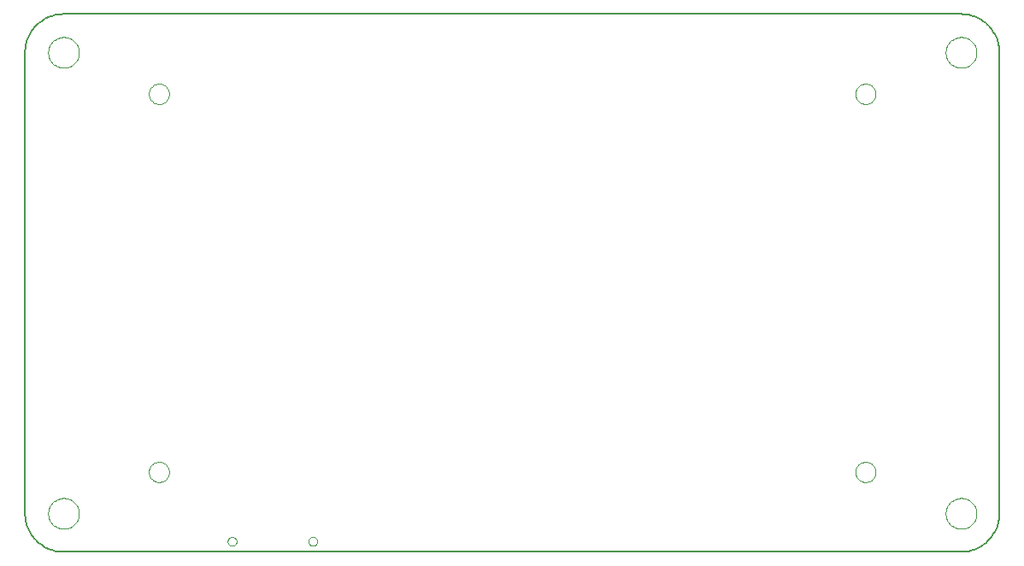
<source format=gbp>
G75*
%MOIN*%
%OFA0B0*%
%FSLAX24Y24*%
%IPPOS*%
%LPD*%
%AMOC8*
5,1,8,0,0,1.08239X$1,22.5*
%
%ADD10C,0.0050*%
%ADD11C,0.0000*%
D10*
X016260Y007643D02*
X016260Y025643D01*
X016262Y025719D01*
X016268Y025795D01*
X016277Y025870D01*
X016291Y025945D01*
X016308Y026019D01*
X016329Y026092D01*
X016353Y026164D01*
X016382Y026235D01*
X016413Y026304D01*
X016448Y026371D01*
X016487Y026436D01*
X016529Y026500D01*
X016574Y026561D01*
X016622Y026620D01*
X016673Y026676D01*
X016727Y026730D01*
X016783Y026781D01*
X016842Y026829D01*
X016903Y026874D01*
X016967Y026916D01*
X017032Y026955D01*
X017099Y026990D01*
X017168Y027021D01*
X017239Y027050D01*
X017311Y027074D01*
X017384Y027095D01*
X017458Y027112D01*
X017533Y027126D01*
X017608Y027135D01*
X017684Y027141D01*
X017760Y027143D01*
X052760Y027143D01*
X052836Y027141D01*
X052912Y027135D01*
X052987Y027126D01*
X053062Y027112D01*
X053136Y027095D01*
X053209Y027074D01*
X053281Y027050D01*
X053352Y027021D01*
X053421Y026990D01*
X053488Y026955D01*
X053553Y026916D01*
X053617Y026874D01*
X053678Y026829D01*
X053737Y026781D01*
X053793Y026730D01*
X053847Y026676D01*
X053898Y026620D01*
X053946Y026561D01*
X053991Y026500D01*
X054033Y026436D01*
X054072Y026371D01*
X054107Y026304D01*
X054138Y026235D01*
X054167Y026164D01*
X054191Y026092D01*
X054212Y026019D01*
X054229Y025945D01*
X054243Y025870D01*
X054252Y025795D01*
X054258Y025719D01*
X054260Y025643D01*
X054260Y007643D01*
X054258Y007567D01*
X054252Y007491D01*
X054243Y007416D01*
X054229Y007341D01*
X054212Y007267D01*
X054191Y007194D01*
X054167Y007122D01*
X054138Y007051D01*
X054107Y006982D01*
X054072Y006915D01*
X054033Y006850D01*
X053991Y006786D01*
X053946Y006725D01*
X053898Y006666D01*
X053847Y006610D01*
X053793Y006556D01*
X053737Y006505D01*
X053678Y006457D01*
X053617Y006412D01*
X053553Y006370D01*
X053488Y006331D01*
X053421Y006296D01*
X053352Y006265D01*
X053281Y006236D01*
X053209Y006212D01*
X053136Y006191D01*
X053062Y006174D01*
X052987Y006160D01*
X052912Y006151D01*
X052836Y006145D01*
X052760Y006143D01*
X017760Y006143D01*
X017684Y006145D01*
X017608Y006151D01*
X017533Y006160D01*
X017458Y006174D01*
X017384Y006191D01*
X017311Y006212D01*
X017239Y006236D01*
X017168Y006265D01*
X017099Y006296D01*
X017032Y006331D01*
X016967Y006370D01*
X016903Y006412D01*
X016842Y006457D01*
X016783Y006505D01*
X016727Y006556D01*
X016673Y006610D01*
X016622Y006666D01*
X016574Y006725D01*
X016529Y006786D01*
X016487Y006850D01*
X016448Y006915D01*
X016413Y006982D01*
X016382Y007051D01*
X016353Y007122D01*
X016329Y007194D01*
X016308Y007267D01*
X016291Y007341D01*
X016277Y007416D01*
X016268Y007491D01*
X016262Y007567D01*
X016260Y007643D01*
D11*
X017160Y007643D02*
X017162Y007692D01*
X017168Y007740D01*
X017178Y007788D01*
X017192Y007835D01*
X017209Y007881D01*
X017230Y007925D01*
X017255Y007967D01*
X017283Y008007D01*
X017315Y008045D01*
X017349Y008080D01*
X017386Y008112D01*
X017425Y008141D01*
X017467Y008167D01*
X017511Y008189D01*
X017556Y008207D01*
X017603Y008222D01*
X017650Y008233D01*
X017699Y008240D01*
X017748Y008243D01*
X017797Y008242D01*
X017845Y008237D01*
X017894Y008228D01*
X017941Y008215D01*
X017987Y008198D01*
X018031Y008178D01*
X018074Y008154D01*
X018115Y008127D01*
X018153Y008096D01*
X018189Y008063D01*
X018221Y008027D01*
X018251Y007988D01*
X018278Y007947D01*
X018301Y007903D01*
X018320Y007858D01*
X018336Y007812D01*
X018348Y007765D01*
X018356Y007716D01*
X018360Y007667D01*
X018360Y007619D01*
X018356Y007570D01*
X018348Y007521D01*
X018336Y007474D01*
X018320Y007428D01*
X018301Y007383D01*
X018278Y007339D01*
X018251Y007298D01*
X018221Y007259D01*
X018189Y007223D01*
X018153Y007190D01*
X018115Y007159D01*
X018074Y007132D01*
X018031Y007108D01*
X017987Y007088D01*
X017941Y007071D01*
X017894Y007058D01*
X017845Y007049D01*
X017797Y007044D01*
X017748Y007043D01*
X017699Y007046D01*
X017650Y007053D01*
X017603Y007064D01*
X017556Y007079D01*
X017511Y007097D01*
X017467Y007119D01*
X017425Y007145D01*
X017386Y007174D01*
X017349Y007206D01*
X017315Y007241D01*
X017283Y007279D01*
X017255Y007319D01*
X017230Y007361D01*
X017209Y007405D01*
X017192Y007451D01*
X017178Y007498D01*
X017168Y007546D01*
X017162Y007594D01*
X017160Y007643D01*
X021086Y009261D02*
X021088Y009300D01*
X021094Y009339D01*
X021104Y009377D01*
X021117Y009414D01*
X021134Y009449D01*
X021154Y009483D01*
X021178Y009514D01*
X021205Y009543D01*
X021234Y009569D01*
X021266Y009592D01*
X021300Y009612D01*
X021336Y009628D01*
X021373Y009640D01*
X021412Y009649D01*
X021451Y009654D01*
X021490Y009655D01*
X021529Y009652D01*
X021568Y009645D01*
X021605Y009634D01*
X021642Y009620D01*
X021677Y009602D01*
X021710Y009581D01*
X021741Y009556D01*
X021769Y009529D01*
X021794Y009499D01*
X021816Y009466D01*
X021835Y009432D01*
X021850Y009396D01*
X021862Y009358D01*
X021870Y009320D01*
X021874Y009281D01*
X021874Y009241D01*
X021870Y009202D01*
X021862Y009164D01*
X021850Y009126D01*
X021835Y009090D01*
X021816Y009056D01*
X021794Y009023D01*
X021769Y008993D01*
X021741Y008966D01*
X021710Y008941D01*
X021677Y008920D01*
X021642Y008902D01*
X021605Y008888D01*
X021568Y008877D01*
X021529Y008870D01*
X021490Y008867D01*
X021451Y008868D01*
X021412Y008873D01*
X021373Y008882D01*
X021336Y008894D01*
X021300Y008910D01*
X021266Y008930D01*
X021234Y008953D01*
X021205Y008979D01*
X021178Y009008D01*
X021154Y009039D01*
X021134Y009073D01*
X021117Y009108D01*
X021104Y009145D01*
X021094Y009183D01*
X021088Y009222D01*
X021086Y009261D01*
X024161Y006552D02*
X024163Y006578D01*
X024169Y006604D01*
X024178Y006628D01*
X024191Y006651D01*
X024208Y006671D01*
X024227Y006689D01*
X024249Y006704D01*
X024272Y006715D01*
X024297Y006723D01*
X024323Y006727D01*
X024349Y006727D01*
X024375Y006723D01*
X024400Y006715D01*
X024424Y006704D01*
X024445Y006689D01*
X024464Y006671D01*
X024481Y006651D01*
X024494Y006628D01*
X024503Y006604D01*
X024509Y006578D01*
X024511Y006552D01*
X024509Y006526D01*
X024503Y006500D01*
X024494Y006476D01*
X024481Y006453D01*
X024464Y006433D01*
X024445Y006415D01*
X024423Y006400D01*
X024400Y006389D01*
X024375Y006381D01*
X024349Y006377D01*
X024323Y006377D01*
X024297Y006381D01*
X024272Y006389D01*
X024248Y006400D01*
X024227Y006415D01*
X024208Y006433D01*
X024191Y006453D01*
X024178Y006476D01*
X024169Y006500D01*
X024163Y006526D01*
X024161Y006552D01*
X027310Y006552D02*
X027312Y006578D01*
X027318Y006604D01*
X027327Y006628D01*
X027340Y006651D01*
X027357Y006671D01*
X027376Y006689D01*
X027398Y006704D01*
X027421Y006715D01*
X027446Y006723D01*
X027472Y006727D01*
X027498Y006727D01*
X027524Y006723D01*
X027549Y006715D01*
X027573Y006704D01*
X027594Y006689D01*
X027613Y006671D01*
X027630Y006651D01*
X027643Y006628D01*
X027652Y006604D01*
X027658Y006578D01*
X027660Y006552D01*
X027658Y006526D01*
X027652Y006500D01*
X027643Y006476D01*
X027630Y006453D01*
X027613Y006433D01*
X027594Y006415D01*
X027572Y006400D01*
X027549Y006389D01*
X027524Y006381D01*
X027498Y006377D01*
X027472Y006377D01*
X027446Y006381D01*
X027421Y006389D01*
X027397Y006400D01*
X027376Y006415D01*
X027357Y006433D01*
X027340Y006453D01*
X027327Y006476D01*
X027318Y006500D01*
X027312Y006526D01*
X027310Y006552D01*
X048645Y009261D02*
X048647Y009300D01*
X048653Y009339D01*
X048663Y009377D01*
X048676Y009414D01*
X048693Y009449D01*
X048713Y009483D01*
X048737Y009514D01*
X048764Y009543D01*
X048793Y009569D01*
X048825Y009592D01*
X048859Y009612D01*
X048895Y009628D01*
X048932Y009640D01*
X048971Y009649D01*
X049010Y009654D01*
X049049Y009655D01*
X049088Y009652D01*
X049127Y009645D01*
X049164Y009634D01*
X049201Y009620D01*
X049236Y009602D01*
X049269Y009581D01*
X049300Y009556D01*
X049328Y009529D01*
X049353Y009499D01*
X049375Y009466D01*
X049394Y009432D01*
X049409Y009396D01*
X049421Y009358D01*
X049429Y009320D01*
X049433Y009281D01*
X049433Y009241D01*
X049429Y009202D01*
X049421Y009164D01*
X049409Y009126D01*
X049394Y009090D01*
X049375Y009056D01*
X049353Y009023D01*
X049328Y008993D01*
X049300Y008966D01*
X049269Y008941D01*
X049236Y008920D01*
X049201Y008902D01*
X049164Y008888D01*
X049127Y008877D01*
X049088Y008870D01*
X049049Y008867D01*
X049010Y008868D01*
X048971Y008873D01*
X048932Y008882D01*
X048895Y008894D01*
X048859Y008910D01*
X048825Y008930D01*
X048793Y008953D01*
X048764Y008979D01*
X048737Y009008D01*
X048713Y009039D01*
X048693Y009073D01*
X048676Y009108D01*
X048663Y009145D01*
X048653Y009183D01*
X048647Y009222D01*
X048645Y009261D01*
X052160Y007643D02*
X052162Y007692D01*
X052168Y007740D01*
X052178Y007788D01*
X052192Y007835D01*
X052209Y007881D01*
X052230Y007925D01*
X052255Y007967D01*
X052283Y008007D01*
X052315Y008045D01*
X052349Y008080D01*
X052386Y008112D01*
X052425Y008141D01*
X052467Y008167D01*
X052511Y008189D01*
X052556Y008207D01*
X052603Y008222D01*
X052650Y008233D01*
X052699Y008240D01*
X052748Y008243D01*
X052797Y008242D01*
X052845Y008237D01*
X052894Y008228D01*
X052941Y008215D01*
X052987Y008198D01*
X053031Y008178D01*
X053074Y008154D01*
X053115Y008127D01*
X053153Y008096D01*
X053189Y008063D01*
X053221Y008027D01*
X053251Y007988D01*
X053278Y007947D01*
X053301Y007903D01*
X053320Y007858D01*
X053336Y007812D01*
X053348Y007765D01*
X053356Y007716D01*
X053360Y007667D01*
X053360Y007619D01*
X053356Y007570D01*
X053348Y007521D01*
X053336Y007474D01*
X053320Y007428D01*
X053301Y007383D01*
X053278Y007339D01*
X053251Y007298D01*
X053221Y007259D01*
X053189Y007223D01*
X053153Y007190D01*
X053115Y007159D01*
X053074Y007132D01*
X053031Y007108D01*
X052987Y007088D01*
X052941Y007071D01*
X052894Y007058D01*
X052845Y007049D01*
X052797Y007044D01*
X052748Y007043D01*
X052699Y007046D01*
X052650Y007053D01*
X052603Y007064D01*
X052556Y007079D01*
X052511Y007097D01*
X052467Y007119D01*
X052425Y007145D01*
X052386Y007174D01*
X052349Y007206D01*
X052315Y007241D01*
X052283Y007279D01*
X052255Y007319D01*
X052230Y007361D01*
X052209Y007405D01*
X052192Y007451D01*
X052178Y007498D01*
X052168Y007546D01*
X052162Y007594D01*
X052160Y007643D01*
X048645Y024025D02*
X048647Y024064D01*
X048653Y024103D01*
X048663Y024141D01*
X048676Y024178D01*
X048693Y024213D01*
X048713Y024247D01*
X048737Y024278D01*
X048764Y024307D01*
X048793Y024333D01*
X048825Y024356D01*
X048859Y024376D01*
X048895Y024392D01*
X048932Y024404D01*
X048971Y024413D01*
X049010Y024418D01*
X049049Y024419D01*
X049088Y024416D01*
X049127Y024409D01*
X049164Y024398D01*
X049201Y024384D01*
X049236Y024366D01*
X049269Y024345D01*
X049300Y024320D01*
X049328Y024293D01*
X049353Y024263D01*
X049375Y024230D01*
X049394Y024196D01*
X049409Y024160D01*
X049421Y024122D01*
X049429Y024084D01*
X049433Y024045D01*
X049433Y024005D01*
X049429Y023966D01*
X049421Y023928D01*
X049409Y023890D01*
X049394Y023854D01*
X049375Y023820D01*
X049353Y023787D01*
X049328Y023757D01*
X049300Y023730D01*
X049269Y023705D01*
X049236Y023684D01*
X049201Y023666D01*
X049164Y023652D01*
X049127Y023641D01*
X049088Y023634D01*
X049049Y023631D01*
X049010Y023632D01*
X048971Y023637D01*
X048932Y023646D01*
X048895Y023658D01*
X048859Y023674D01*
X048825Y023694D01*
X048793Y023717D01*
X048764Y023743D01*
X048737Y023772D01*
X048713Y023803D01*
X048693Y023837D01*
X048676Y023872D01*
X048663Y023909D01*
X048653Y023947D01*
X048647Y023986D01*
X048645Y024025D01*
X052160Y025643D02*
X052162Y025692D01*
X052168Y025740D01*
X052178Y025788D01*
X052192Y025835D01*
X052209Y025881D01*
X052230Y025925D01*
X052255Y025967D01*
X052283Y026007D01*
X052315Y026045D01*
X052349Y026080D01*
X052386Y026112D01*
X052425Y026141D01*
X052467Y026167D01*
X052511Y026189D01*
X052556Y026207D01*
X052603Y026222D01*
X052650Y026233D01*
X052699Y026240D01*
X052748Y026243D01*
X052797Y026242D01*
X052845Y026237D01*
X052894Y026228D01*
X052941Y026215D01*
X052987Y026198D01*
X053031Y026178D01*
X053074Y026154D01*
X053115Y026127D01*
X053153Y026096D01*
X053189Y026063D01*
X053221Y026027D01*
X053251Y025988D01*
X053278Y025947D01*
X053301Y025903D01*
X053320Y025858D01*
X053336Y025812D01*
X053348Y025765D01*
X053356Y025716D01*
X053360Y025667D01*
X053360Y025619D01*
X053356Y025570D01*
X053348Y025521D01*
X053336Y025474D01*
X053320Y025428D01*
X053301Y025383D01*
X053278Y025339D01*
X053251Y025298D01*
X053221Y025259D01*
X053189Y025223D01*
X053153Y025190D01*
X053115Y025159D01*
X053074Y025132D01*
X053031Y025108D01*
X052987Y025088D01*
X052941Y025071D01*
X052894Y025058D01*
X052845Y025049D01*
X052797Y025044D01*
X052748Y025043D01*
X052699Y025046D01*
X052650Y025053D01*
X052603Y025064D01*
X052556Y025079D01*
X052511Y025097D01*
X052467Y025119D01*
X052425Y025145D01*
X052386Y025174D01*
X052349Y025206D01*
X052315Y025241D01*
X052283Y025279D01*
X052255Y025319D01*
X052230Y025361D01*
X052209Y025405D01*
X052192Y025451D01*
X052178Y025498D01*
X052168Y025546D01*
X052162Y025594D01*
X052160Y025643D01*
X021086Y024025D02*
X021088Y024064D01*
X021094Y024103D01*
X021104Y024141D01*
X021117Y024178D01*
X021134Y024213D01*
X021154Y024247D01*
X021178Y024278D01*
X021205Y024307D01*
X021234Y024333D01*
X021266Y024356D01*
X021300Y024376D01*
X021336Y024392D01*
X021373Y024404D01*
X021412Y024413D01*
X021451Y024418D01*
X021490Y024419D01*
X021529Y024416D01*
X021568Y024409D01*
X021605Y024398D01*
X021642Y024384D01*
X021677Y024366D01*
X021710Y024345D01*
X021741Y024320D01*
X021769Y024293D01*
X021794Y024263D01*
X021816Y024230D01*
X021835Y024196D01*
X021850Y024160D01*
X021862Y024122D01*
X021870Y024084D01*
X021874Y024045D01*
X021874Y024005D01*
X021870Y023966D01*
X021862Y023928D01*
X021850Y023890D01*
X021835Y023854D01*
X021816Y023820D01*
X021794Y023787D01*
X021769Y023757D01*
X021741Y023730D01*
X021710Y023705D01*
X021677Y023684D01*
X021642Y023666D01*
X021605Y023652D01*
X021568Y023641D01*
X021529Y023634D01*
X021490Y023631D01*
X021451Y023632D01*
X021412Y023637D01*
X021373Y023646D01*
X021336Y023658D01*
X021300Y023674D01*
X021266Y023694D01*
X021234Y023717D01*
X021205Y023743D01*
X021178Y023772D01*
X021154Y023803D01*
X021134Y023837D01*
X021117Y023872D01*
X021104Y023909D01*
X021094Y023947D01*
X021088Y023986D01*
X021086Y024025D01*
X017160Y025643D02*
X017162Y025692D01*
X017168Y025740D01*
X017178Y025788D01*
X017192Y025835D01*
X017209Y025881D01*
X017230Y025925D01*
X017255Y025967D01*
X017283Y026007D01*
X017315Y026045D01*
X017349Y026080D01*
X017386Y026112D01*
X017425Y026141D01*
X017467Y026167D01*
X017511Y026189D01*
X017556Y026207D01*
X017603Y026222D01*
X017650Y026233D01*
X017699Y026240D01*
X017748Y026243D01*
X017797Y026242D01*
X017845Y026237D01*
X017894Y026228D01*
X017941Y026215D01*
X017987Y026198D01*
X018031Y026178D01*
X018074Y026154D01*
X018115Y026127D01*
X018153Y026096D01*
X018189Y026063D01*
X018221Y026027D01*
X018251Y025988D01*
X018278Y025947D01*
X018301Y025903D01*
X018320Y025858D01*
X018336Y025812D01*
X018348Y025765D01*
X018356Y025716D01*
X018360Y025667D01*
X018360Y025619D01*
X018356Y025570D01*
X018348Y025521D01*
X018336Y025474D01*
X018320Y025428D01*
X018301Y025383D01*
X018278Y025339D01*
X018251Y025298D01*
X018221Y025259D01*
X018189Y025223D01*
X018153Y025190D01*
X018115Y025159D01*
X018074Y025132D01*
X018031Y025108D01*
X017987Y025088D01*
X017941Y025071D01*
X017894Y025058D01*
X017845Y025049D01*
X017797Y025044D01*
X017748Y025043D01*
X017699Y025046D01*
X017650Y025053D01*
X017603Y025064D01*
X017556Y025079D01*
X017511Y025097D01*
X017467Y025119D01*
X017425Y025145D01*
X017386Y025174D01*
X017349Y025206D01*
X017315Y025241D01*
X017283Y025279D01*
X017255Y025319D01*
X017230Y025361D01*
X017209Y025405D01*
X017192Y025451D01*
X017178Y025498D01*
X017168Y025546D01*
X017162Y025594D01*
X017160Y025643D01*
M02*

</source>
